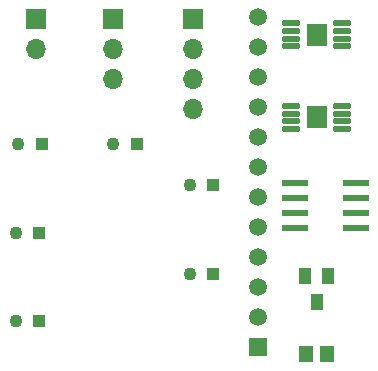
<source format=gbr>
%TF.GenerationSoftware,KiCad,Pcbnew,(6.0.5)*%
%TF.CreationDate,2023-06-19T12:11:45+02:00*%
%TF.ProjectId,PCB_Suelo,5043425f-5375-4656-9c6f-2e6b69636164,rev?*%
%TF.SameCoordinates,Original*%
%TF.FileFunction,Soldermask,Bot*%
%TF.FilePolarity,Negative*%
%FSLAX46Y46*%
G04 Gerber Fmt 4.6, Leading zero omitted, Abs format (unit mm)*
G04 Created by KiCad (PCBNEW (6.0.5)) date 2023-06-19 12:11:45*
%MOMM*%
%LPD*%
G01*
G04 APERTURE LIST*
G04 Aperture macros list*
%AMRoundRect*
0 Rectangle with rounded corners*
0 $1 Rounding radius*
0 $2 $3 $4 $5 $6 $7 $8 $9 X,Y pos of 4 corners*
0 Add a 4 corners polygon primitive as box body*
4,1,4,$2,$3,$4,$5,$6,$7,$8,$9,$2,$3,0*
0 Add four circle primitives for the rounded corners*
1,1,$1+$1,$2,$3*
1,1,$1+$1,$4,$5*
1,1,$1+$1,$6,$7*
1,1,$1+$1,$8,$9*
0 Add four rect primitives between the rounded corners*
20,1,$1+$1,$2,$3,$4,$5,0*
20,1,$1+$1,$4,$5,$6,$7,0*
20,1,$1+$1,$6,$7,$8,$9,0*
20,1,$1+$1,$8,$9,$2,$3,0*%
G04 Aperture macros list end*
%ADD10R,1.000000X1.400000*%
%ADD11R,2.200000X0.600000*%
%ADD12RoundRect,0.028800X0.696200X0.211200X-0.696200X0.211200X-0.696200X-0.211200X0.696200X-0.211200X0*%
%ADD13RoundRect,0.028800X-0.696200X-0.211200X0.696200X-0.211200X0.696200X0.211200X-0.696200X0.211200X0*%
%ADD14R,1.680000X1.880000*%
%ADD15R,1.508000X1.508000*%
%ADD16C,1.508000*%
%ADD17R,1.100000X1.100000*%
%ADD18C,1.100000*%
%ADD19R,1.150000X1.450000*%
%ADD20R,1.700000X1.700000*%
%ADD21O,1.700000X1.700000*%
G04 APERTURE END LIST*
D10*
%TO.C,U2*%
X143800000Y-61150000D03*
X145700000Y-61150000D03*
X144750000Y-63350000D03*
%TD*%
D11*
%TO.C,U1*%
X148100000Y-54615000D03*
X142900000Y-54615000D03*
X148100000Y-53345000D03*
X148100000Y-55885000D03*
X148100000Y-57155000D03*
X142900000Y-53345000D03*
X142900000Y-55885000D03*
X142900000Y-57155000D03*
%TD*%
D12*
%TO.C,R2*%
X146910000Y-46775000D03*
X146910000Y-47425000D03*
X146910000Y-48075000D03*
X146910000Y-48725000D03*
D13*
X142590000Y-48725000D03*
X142590000Y-48075000D03*
X142590000Y-47425000D03*
X142590000Y-46775000D03*
D14*
X144750000Y-47750000D03*
%TD*%
D12*
%TO.C,R1*%
X146910000Y-39775000D03*
X146910000Y-40425000D03*
X146910000Y-41075000D03*
X146910000Y-41725000D03*
D13*
X142590000Y-41725000D03*
X142590000Y-41075000D03*
X142590000Y-40425000D03*
X142590000Y-39775000D03*
D14*
X144750000Y-40750000D03*
%TD*%
D15*
%TO.C,PS1*%
X139750000Y-67220000D03*
D16*
X139750000Y-64680000D03*
X139750000Y-62140000D03*
X139750000Y-59600000D03*
X139750000Y-57060000D03*
X139750000Y-54520000D03*
X139750000Y-51980000D03*
X139750000Y-49440000D03*
X139750000Y-46900000D03*
X139750000Y-44360000D03*
X139750000Y-41820000D03*
X139750000Y-39280000D03*
%TD*%
D17*
%TO.C,C7*%
X121250000Y-65000000D03*
D18*
X119250000Y-65000000D03*
%TD*%
D17*
%TO.C,C6*%
X121250000Y-57500000D03*
D18*
X119250000Y-57500000D03*
%TD*%
D17*
%TO.C,C5*%
X121500000Y-50000000D03*
D18*
X119500000Y-50000000D03*
%TD*%
D17*
%TO.C,C4*%
X129500000Y-50000000D03*
D18*
X127500000Y-50000000D03*
%TD*%
D19*
%TO.C,C3*%
X145650000Y-67750000D03*
X143850000Y-67750000D03*
%TD*%
D17*
%TO.C,C2*%
X136000000Y-61000000D03*
D18*
X134000000Y-61000000D03*
%TD*%
D17*
%TO.C,C1*%
X136000000Y-53500000D03*
D18*
X134000000Y-53500000D03*
%TD*%
D20*
%TO.C,J1*%
X127500000Y-39460000D03*
D21*
X127500000Y-42000000D03*
X127500000Y-44540000D03*
%TD*%
%TO.C,J2*%
X134250000Y-47080000D03*
X134250000Y-44540000D03*
X134250000Y-42000000D03*
D20*
X134250000Y-39460000D03*
%TD*%
%TO.C,J3*%
X121000000Y-39460000D03*
D21*
X121000000Y-42000000D03*
%TD*%
M02*

</source>
